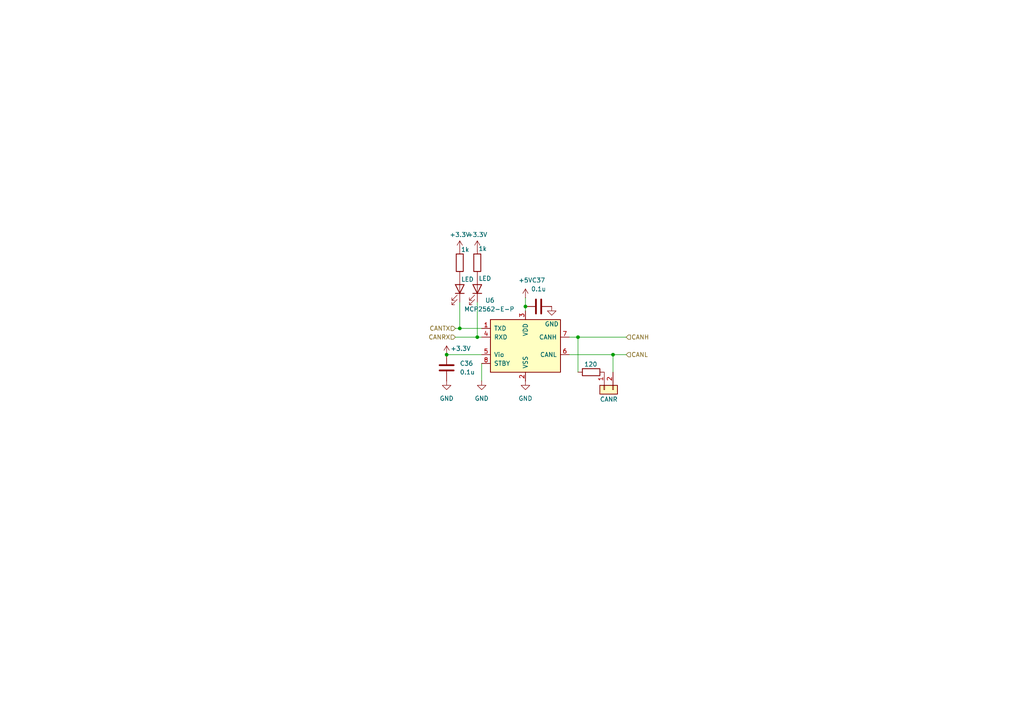
<source format=kicad_sch>
(kicad_sch (version 20250114) (generator "eeschema") (generator_version "9.0")
  (paper "A4")
  (lib_symbols
    (symbol "Connector_Generic:Conn_01x02" (pin_names (offset 1.016) (hide yes))
      (property "Reference" "J" (at 0 2.54 0))
      (property "Value" "Conn_01x02" (at 0 -5.08 0))
      (symbol "Conn_01x02_1_1"
        (rectangle (start -1.27 1.27) (end 1.27 -3.81) (stroke (width 0.254)) (fill (type background)))
        (rectangle (start -1.27 0.127) (end 0 -0.127) (stroke (width 0.1524)))
        (rectangle (start -1.27 -2.413) (end 0 -2.667) (stroke (width 0.1524)))
        (pin passive line (at -5.08 0 0) (length 3.81) (name "Pin_1") (number "1"))
        (pin passive line (at -5.08 -2.54 0) (length 3.81) (name "Pin_2") (number "2"))
      )
    )
    (symbol "Device:C" (pin_numbers (hide yes)) (pin_names (offset 0.254))
      (property "Reference" "C" (at 0.635 2.54 0))
      (property "Value" "C" (at 0.635 -2.54 0))
      (symbol "C_0_1"
        (polyline (pts (xy -2.032 0.762) (xy 2.032 0.762)) (stroke (width 0.508)))
        (polyline (pts (xy -2.032 -0.762) (xy 2.032 -0.762)) (stroke (width 0.508)))
      )
      (symbol "C_1_1"
        (pin passive line (at 0 3.81 270) (length 2.794) (name "~") (number "1"))
        (pin passive line (at 0 -3.81 90) (length 2.794) (name "~") (number "2"))
      )
    )
    (symbol "Device:LED" (pin_numbers (hide yes)) (pin_names (offset 1.016) (hide yes))
      (property "Reference" "D" (at 0 2.54 0))
      (property "Value" "LED" (at 0 -2.54 0))
      (symbol "LED_0_1"
        (polyline (pts (xy -3.048 -0.762) (xy -4.572 -2.286) (xy -3.81 -2.286) (xy -4.572 -2.286) (xy -4.572 -1.524)))
        (polyline (pts (xy -1.778 -0.762) (xy -3.302 -2.286) (xy -2.54 -2.286) (xy -3.302 -2.286) (xy -3.302 -1.524)))
        (polyline (pts (xy -1.27 0) (xy 1.27 0)))
        (polyline (pts (xy -1.27 -1.27) (xy -1.27 1.27)) (stroke (width 0.254)))
        (polyline (pts (xy 1.27 -1.27) (xy 1.27 1.27) (xy -1.27 0) (xy 1.27 -1.27)) (stroke (width 0.254)))
      )
      (symbol "LED_1_1"
        (pin passive line (at -3.81 0 0) (length 2.54) (name "K") (number "1"))
        (pin passive line (at 3.81 0 180) (length 2.54) (name "A") (number "2"))
      )
    )
    (symbol "Device:R" (pin_numbers (hide yes)) (pin_names (offset 0))
      (property "Reference" "R" (at 2.032 0 90))
      (property "Value" "R" (at 0 0 90))
      (symbol "R_0_1"
        (rectangle (start -1.016 -2.54) (end 1.016 2.54) (stroke (width 0.254)))
      )
      (symbol "R_1_1"
        (pin passive line (at 0 3.81 270) (length 1.27) (name "~") (number "1"))
        (pin passive line (at 0 -3.81 90) (length 1.27) (name "~") (number "2"))
      )
    )
    (symbol "Interface_CAN_LIN:MCP2562-E-P" (pin_names (offset 1.016))
      (property "Reference" "U" (at -10.16 8.89 0))
      (property "Value" "MCP2562-E-P" (at 2.54 8.89 0))
      (symbol "MCP2562-E-P_0_1"
        (rectangle (start -10.16 7.62) (end 10.16 -7.62) (stroke (width 0.254)) (fill (type background)))
      )
      (symbol "MCP2562-E-P_1_1"
        (pin input line (at -12.7 5.08 0) (length 2.54) (name "TXD") (number "1"))
        (pin output line (at -12.7 2.54 0) (length 2.54) (name "RXD") (number "4"))
        (pin power_in line (at -12.7 -2.54 0) (length 2.54) (name "Vio") (number "5"))
        (pin input line (at -12.7 -5.08 0) (length 2.54) (name "STBY") (number "8"))
        (pin power_in line (at 0 10.16 270) (length 2.54) (name "VDD") (number "3"))
        (pin power_in line (at 0 -10.16 90) (length 2.54) (name "VSS") (number "2"))
        (pin bidirectional line (at 12.7 2.54 180) (length 2.54) (name "CANH") (number "7"))
        (pin bidirectional line (at 12.7 -2.54 180) (length 2.54) (name "CANL") (number "6"))
      )
    )
    (symbol "power:+3.3V" (power) (pin_numbers (hide yes)) (pin_names (offset 0) (hide yes))
      (property "Value" "+3.3V" (at 0 3.556 0))
      (symbol "+3.3V_0_1"
        (polyline (pts (xy -0.762 1.27) (xy 0 2.54)))
        (polyline (pts (xy 0 2.54) (xy 0.762 1.27)))
        (polyline (pts (xy 0 0) (xy 0 2.54)))
      )
      (symbol "+3.3V_1_1"
        (pin power_in line (at 0 0 90) (length 0) (name "~") (number "1"))
      )
    )
    (symbol "power:+5V" (power) (pin_numbers (hide yes)) (pin_names (offset 0) (hide yes))
      (property "Value" "+5V" (at 0 3.556 0))
      (symbol "+5V_0_1"
        (polyline (pts (xy -0.762 1.27) (xy 0 2.54)))
        (polyline (pts (xy 0 2.54) (xy 0.762 1.27)))
        (polyline (pts (xy 0 0) (xy 0 2.54)))
      )
      (symbol "+5V_1_1"
        (pin power_in line (at 0 0 90) (length 0) (name "~") (number "1"))
      )
    )
    (symbol "power:GND" (power) (pin_numbers (hide yes)) (pin_names (offset 0) (hide yes))
      (property "Value" "GND" (at 0 -3.81 0))
      (symbol "GND_0_1"
        (polyline (pts (xy 0 0) (xy 0 -1.27) (xy 1.27 -1.27) (xy 0 -2.54) (xy -1.27 -1.27) (xy 0 -1.27)))
      )
      (symbol "GND_1_1"
        (pin power_in line (at 0 0 270) (length 0) (name "~") (number "1"))
      )
    )
  )
  (junction (at 152.4 88.9))
  (junction (at 167.64 97.79))
  (junction (at 177.8 102.87))
  (junction (at 138.43 97.79))
  (junction (at 133.35 95.25))
  (junction (at 129.54 102.87))
  (wire (pts (xy 152.4 86.36) (xy 152.4 88.9)))
  (wire (pts (xy 129.54 102.87) (xy 139.7 102.87)))
  (wire (pts (xy 181.61 102.87) (xy 177.8 102.87)))
  (wire (pts (xy 167.64 97.79) (xy 167.64 107.95)))
  (wire (pts (xy 181.61 97.79) (xy 167.64 97.79)))
  (wire (pts (xy 138.43 87.63) (xy 138.43 97.79)))
  (wire (pts (xy 152.4 88.9) (xy 152.4 90.17)))
  (wire (pts (xy 139.7 110.49) (xy 139.7 105.41)))
  (wire (pts (xy 133.35 95.25) (xy 139.7 95.25)))
  (wire (pts (xy 167.64 97.79) (xy 165.1 97.79)))
  (wire (pts (xy 177.8 102.87) (xy 177.8 107.95)))
  (wire (pts (xy 133.35 87.63) (xy 133.35 95.25)))
  (wire (pts (xy 138.43 97.79) (xy 139.7 97.79)))
  (wire (pts (xy 177.8 102.87) (xy 165.1 102.87)))
  (wire (pts (xy 132.08 97.79) (xy 138.43 97.79)))
  (wire (pts (xy 132.08 95.25) (xy 133.35 95.25)))
  (hierarchical_label "CANL" (shape input) (at 181.61 102.87 0))
  (hierarchical_label "CANTX" (shape input) (at 132.08 95.25 180))
  (hierarchical_label "CANRX" (shape input) (at 132.08 97.79 180))
  (hierarchical_label "CANH" (shape input) (at 181.61 97.79 0))
  (symbol (lib_id "Device:C") (at 156.21 88.9 270) (unit 1)
    (property "Reference" "C37" (at 156.21 81.28 90))
    (property "Value" "0.1u" (at 156.21 83.82 90))
    (property "Footprint" "Capacitor_SMD:C_0603_1608Metric" (effects (hide yes)))
    (property "Description" "Unpolarized capacitor" (effects (hide yes)))
  )
  (symbol (lib_id "power:GND") (at 152.4 110.49 0) (unit 1)
    (property "Reference" "#PWR060" (effects (hide yes)))
    (property "Value" "GND" (at 152.4 115.57 0))
    (property "Description" "Power symbol creates a global label with name \"GND\" , ground" (effects (hide yes)))
  )
  (symbol (lib_id "Device:R") (at 138.43 76.2 0) (mirror y) (unit 1)
    (property "Reference" "R23" (effects (hide yes)))
    (property "Value" "1k" (at 141.224 72.136 0) (effects (justify left)))
    (property "Footprint" "Resistor_SMD:R_0603_1608Metric" (effects (hide yes)))
    (property "Description" "Resistor" (effects (hide yes)))
  )
  (symbol (lib_id "power:+5V") (at 152.4 86.36 0) (unit 1)
    (property "Reference" "#PWR059" (effects (hide yes)))
    (property "Value" "+5V" (at 152.4 81.28 0))
    (property "Description" "Power symbol creates a global label with name \"+5V\"" (effects (hide yes)))
  )
  (symbol (lib_id "Device:LED") (at 138.43 83.82 270) (mirror x) (unit 1)
    (property "Reference" "D8" (effects (hide yes)))
    (property "Value" "LED" (at 142.494 80.772 90) (effects (justify right)))
    (property "Footprint" "LED_SMD:LED_0603_1608Metric" (effects (hide yes)))
    (property "Description" "Light emitting diode" (effects (hide yes)))
    (property "Sim.Pins" "1=K 2=A" (effects (hide yes)))
  )
  (symbol (lib_id "Device:R") (at 133.35 76.2 0) (mirror y) (unit 1)
    (property "Reference" "R22" (effects (hide yes)))
    (property "Value" "1k" (at 136.144 72.39 0) (effects (justify left)))
    (property "Footprint" "Resistor_SMD:R_0603_1608Metric" (effects (hide yes)))
    (property "Description" "Resistor" (effects (hide yes)))
  )
  (symbol (lib_id "Device:R") (at 171.45 107.95 90) (mirror x) (unit 1)
    (property "Reference" "R24" (effects (hide yes)))
    (property "Value" "120" (at 169.418 105.664 90) (effects (justify right)))
    (property "Footprint" "Resistor_SMD:R_0603_1608Metric" (effects (hide yes)))
    (property "Description" "Resistor" (effects (hide yes)))
  )
  (symbol (lib_id "Device:C") (at 129.54 106.68 180) (unit 1)
    (property "Reference" "C36" (at 133.35 105.4099 0) (effects (justify right)))
    (property "Value" "0.1u" (at 133.35 107.9499 0) (effects (justify right)))
    (property "Footprint" "Capacitor_SMD:C_0603_1608Metric" (effects (hide yes)))
    (property "Description" "Unpolarized capacitor" (effects (hide yes)))
  )
  (symbol (lib_id "Connector_Generic:Conn_01x02") (at 175.26 113.03 90) (mirror x) (unit 1)
    (property "Reference" "J10" (effects (hide yes)))
    (property "Value" "CANR" (at 173.99 115.824 90) (effects (justify right)))
    (property "Footprint" "Connector_PinHeader_2.54mm:PinHeader_1x02_P2.54mm_Vertical" (effects (hide yes)))
    (property "Description" "Generic connector, single row, 01x02, script generated (kicad-library-utils/schlib/autogen/connector/)" (effects (hide yes)))
  )
  (symbol (lib_id "power:GND") (at 129.54 110.49 0) (unit 1)
    (property "Reference" "#PWR055" (effects (hide yes)))
    (property "Value" "GND" (at 129.54 115.57 0))
    (property "Description" "Power symbol creates a global label with name \"GND\" , ground" (effects (hide yes)))
  )
  (symbol (lib_id "power:+3.3V") (at 133.35 72.39 0) (mirror y) (unit 1)
    (property "Reference" "#PWR056" (effects (hide yes)))
    (property "Value" "+3.3V" (at 133.35 68.072 0))
    (property "Description" "Power symbol creates a global label with name \"+3.3V\"" (effects (hide yes)))
  )
  (symbol (lib_id "power:GND") (at 160.02 88.9 0) (unit 1)
    (property "Reference" "#PWR061" (effects (hide yes)))
    (property "Value" "GND" (at 160.02 93.98 0))
    (property "Description" "Power symbol creates a global label with name \"GND\" , ground" (effects (hide yes)))
  )
  (symbol (lib_id "Interface_CAN_LIN:MCP2562-E-P") (at 152.4 100.33 0) (unit 1)
    (property "Reference" "U6" (at 140.716 87.122 0) (effects (justify left)))
    (property "Value" "MCP2562-E-P" (at 134.62 89.662 0) (effects (justify left)))
    (property "Footprint" "Package_DIP:DIP-8_W7.62mm" (effects (hide yes)))
    (property "Datasheet" "http://ww1.microchip.com/downloads/en/DeviceDoc/25167A.pdf" (effects (hide yes)))
    (property "Description" "High-Speed CAN Transceiver, 1Mbps, 5V supply, Vio pin, -40C to +125C, DIP-8" (effects (hide yes)))
  )
  (symbol (lib_id "power:GND") (at 139.7 110.49 0) (unit 1)
    (property "Reference" "#PWR058" (effects (hide yes)))
    (property "Value" "GND" (at 139.7 115.57 0))
    (property "Description" "Power symbol creates a global label with name \"GND\" , ground" (effects (hide yes)))
  )
  (symbol (lib_id "power:+3.3V") (at 138.43 72.39 0) (mirror y) (unit 1)
    (property "Reference" "#PWR057" (effects (hide yes)))
    (property "Value" "+3.3V" (at 138.43 68.072 0))
    (property "Description" "Power symbol creates a global label with name \"+3.3V\"" (effects (hide yes)))
  )
  (symbol (lib_id "Device:LED") (at 133.35 83.82 270) (mirror x) (unit 1)
    (property "Reference" "D7" (effects (hide yes)))
    (property "Value" "LED" (at 137.414 81.026 90) (effects (justify right)))
    (property "Footprint" "LED_SMD:LED_0603_1608Metric" (effects (hide yes)))
    (property "Description" "Light emitting diode" (effects (hide yes)))
    (property "Sim.Pins" "1=K 2=A" (effects (hide yes)))
  )
  (symbol (lib_id "power:+3.3V") (at 129.54 102.87 0) (unit 1)
    (property "Reference" "#PWR054" (effects (hide yes)))
    (property "Value" "+3.3V" (at 133.604 101.092 0))
    (property "Description" "Power symbol creates a global label with name \"+3.3V\"" (effects (hide yes)))
  )
)
</source>
